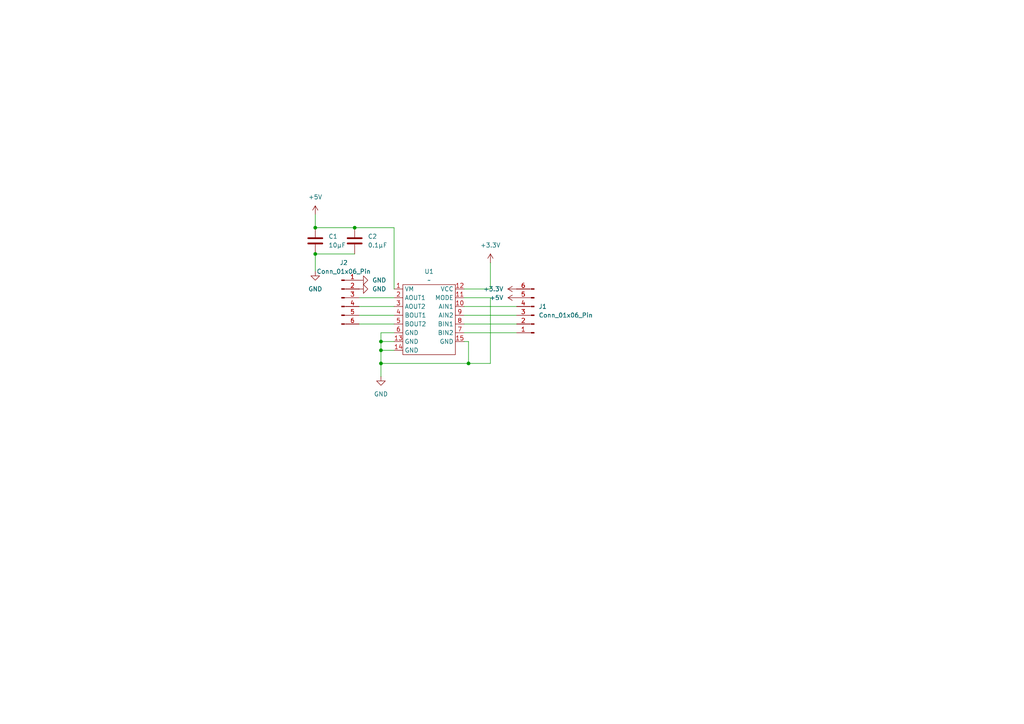
<source format=kicad_sch>
(kicad_sch (version 20231120) (generator "eeschema") (generator_version "8.0")
  (paper "A4")
  (lib_symbols
    (symbol "Connector:Conn_01x06_Pin" (pin_names (offset 1.016) hide)
      (property "Reference" "J" (at 0 7.62 0))
      (property "Value" "Conn_01x06_Pin" (at 0 -10.16 0))
      (symbol "Conn_01x06_Pin_1_1"
        (polyline (pts (xy 1.27 -7.62) (xy 0.8636 -7.62)) (stroke (width 0.1524)))
        (polyline (pts (xy 1.27 -5.08) (xy 0.8636 -5.08)) (stroke (width 0.1524)))
        (polyline (pts (xy 1.27 -2.54) (xy 0.8636 -2.54)) (stroke (width 0.1524)))
        (polyline (pts (xy 1.27 0) (xy 0.8636 0)) (stroke (width 0.1524)))
        (polyline (pts (xy 1.27 2.54) (xy 0.8636 2.54)) (stroke (width 0.1524)))
        (polyline (pts (xy 1.27 5.08) (xy 0.8636 5.08)) (stroke (width 0.1524)))
        (rectangle (start 0.8636 -7.493) (end 0 -7.747) (stroke (width 0.1524)) (fill (type outline)))
        (rectangle (start 0.8636 -4.953) (end 0 -5.207) (stroke (width 0.1524)) (fill (type outline)))
        (rectangle (start 0.8636 -2.413) (end 0 -2.667) (stroke (width 0.1524)) (fill (type outline)))
        (rectangle (start 0.8636 0.127) (end 0 -0.127) (stroke (width 0.1524)) (fill (type outline)))
        (rectangle (start 0.8636 2.667) (end 0 2.413) (stroke (width 0.1524)) (fill (type outline)))
        (rectangle (start 0.8636 5.207) (end 0 4.953) (stroke (width 0.1524)) (fill (type outline)))
        (pin passive line (at 5.08 5.08 180) (length 3.81) (name "Pin_1") (number "1"))
        (pin passive line (at 5.08 2.54 180) (length 3.81) (name "Pin_2") (number "2"))
        (pin passive line (at 5.08 0 180) (length 3.81) (name "Pin_3") (number "3"))
        (pin passive line (at 5.08 -2.54 180) (length 3.81) (name "Pin_4") (number "4"))
        (pin passive line (at 5.08 -5.08 180) (length 3.81) (name "Pin_5") (number "5"))
        (pin passive line (at 5.08 -7.62 180) (length 3.81) (name "Pin_6") (number "6"))
      )
    )
    (symbol "Device:C" (pin_numbers hide) (pin_names (offset 0.254))
      (property "Reference" "C" (at 0.635 2.54 0))
      (property "Value" "C" (at 0.635 -2.54 0))
      (symbol "C_0_1"
        (polyline (pts (xy -2.032 -0.762) (xy 2.032 -0.762)) (stroke (width 0.508)))
        (polyline (pts (xy -2.032 0.762) (xy 2.032 0.762)) (stroke (width 0.508)))
      )
      (symbol "C_1_1"
        (pin passive line (at 0 3.81 270) (length 2.794) (name "~") (number "1"))
        (pin passive line (at 0 -3.81 90) (length 2.794) (name "~") (number "2"))
      )
    )
    (symbol "power:+3.3V" (power) (pin_numbers hide) (pin_names (offset 0) hide)
      (property "Value" "+3.3V" (at 0 3.556 0))
      (symbol "+3.3V_0_1"
        (polyline (pts (xy -0.762 1.27) (xy 0 2.54)))
        (polyline (pts (xy 0 0) (xy 0 2.54)))
        (polyline (pts (xy 0 2.54) (xy 0.762 1.27)))
      )
      (symbol "+3.3V_1_1"
        (pin power_in line (at 0 0 90) (length 0) (name "~") (number "1"))
      )
    )
    (symbol "power:+5V" (power) (pin_numbers hide) (pin_names (offset 0) hide)
      (property "Value" "+5V" (at 0 3.556 0))
      (symbol "+5V_0_1"
        (polyline (pts (xy -0.762 1.27) (xy 0 2.54)))
        (polyline (pts (xy 0 0) (xy 0 2.54)))
        (polyline (pts (xy 0 2.54) (xy 0.762 1.27)))
      )
      (symbol "+5V_1_1"
        (pin power_in line (at 0 0 90) (length 0) (name "~") (number "1"))
      )
    )
    (symbol "power:GND" (power) (pin_numbers hide) (pin_names (offset 0) hide)
      (property "Value" "GND" (at 0 -3.81 0))
      (symbol "GND_0_1"
        (polyline (pts (xy 0 0) (xy 0 -1.27) (xy 1.27 -1.27) (xy 0 -2.54) (xy -1.27 -1.27) (xy 0 -1.27)))
      )
      (symbol "GND_1_1"
        (pin power_in line (at 0 0 270) (length 0) (name "~") (number "1"))
      )
    )
    (symbol "test:DRV8835"
      (property "Reference" "U" (at 0 5.842 0))
      (symbol "DRV8835_0_1"
        (rectangle (start -7.62 5.08) (end 7.62 -15.24))
      )
      (symbol "DRV8835_1_1"
        (pin input line (at -10.16 3.81 0) (length 2.54) (name "VM") (number "1"))
        (pin input line (at 10.16 -1.27 180) (length 2.54) (name "AIN1") (number "10"))
        (pin input line (at 10.16 1.27 180) (length 2.54) (name "MODE") (number "11"))
        (pin input line (at 10.16 3.81 180) (length 2.54) (name "VCC") (number "12"))
        (pin input line (at -10.16 -11.43 0) (length 2.54) (name "GND") (number "13"))
        (pin input line (at -10.16 -13.97 0) (length 2.54) (name "GND") (number "14"))
        (pin input line (at 10.16 -11.43 180) (length 2.54) (name "GND") (number "15"))
        (pin input line (at -10.16 1.27 0) (length 2.54) (name "AOUT1") (number "2"))
        (pin input line (at -10.16 -1.27 0) (length 2.54) (name "AOUT2") (number "3"))
        (pin input line (at -10.16 -3.81 0) (length 2.54) (name "BOUT1") (number "4"))
        (pin input line (at -10.16 -6.35 0) (length 2.54) (name "BOUT2") (number "5"))
        (pin input line (at -10.16 -8.89 0) (length 2.54) (name "GND") (number "6"))
        (pin input line (at 10.16 -8.89 180) (length 2.54) (name "BIN2") (number "7"))
        (pin input line (at 10.16 -6.35 180) (length 2.54) (name "BIN1") (number "8"))
        (pin input line (at 10.16 -3.81 180) (length 2.54) (name "AIN2") (number "9"))
      )
    )
  )
  (junction (at 110.49 101.6))
  (junction (at 135.89 105.41))
  (junction (at 91.44 73.66))
  (junction (at 110.49 105.41))
  (junction (at 91.44 66.04))
  (junction (at 110.49 99.06))
  (junction (at 102.87 66.04))
  (wire (pts (xy 91.44 62.23) (xy 91.44 66.04)))
  (wire (pts (xy 110.49 99.06) (xy 110.49 96.52)))
  (wire (pts (xy 104.14 93.98) (xy 114.3 93.98)))
  (wire (pts (xy 104.14 91.44) (xy 114.3 91.44)))
  (wire (pts (xy 110.49 109.22) (xy 110.49 105.41)))
  (wire (pts (xy 91.44 66.04) (xy 102.87 66.04)))
  (wire (pts (xy 110.49 99.06) (xy 114.3 99.06)))
  (wire (pts (xy 110.49 96.52) (xy 114.3 96.52)))
  (wire (pts (xy 134.62 86.36) (xy 142.24 86.36)))
  (wire (pts (xy 149.86 91.44) (xy 134.62 91.44)))
  (wire (pts (xy 142.24 83.82) (xy 142.24 76.2)))
  (wire (pts (xy 91.44 73.66) (xy 91.44 78.74)))
  (wire (pts (xy 110.49 101.6) (xy 110.49 99.06)))
  (wire (pts (xy 149.86 93.98) (xy 134.62 93.98)))
  (wire (pts (xy 134.62 83.82) (xy 142.24 83.82)))
  (wire (pts (xy 104.14 88.9) (xy 114.3 88.9)))
  (wire (pts (xy 91.44 73.66) (xy 102.87 73.66)))
  (wire (pts (xy 110.49 101.6) (xy 114.3 101.6)))
  (wire (pts (xy 142.24 105.41) (xy 135.89 105.41)))
  (wire (pts (xy 135.89 105.41) (xy 110.49 105.41)))
  (wire (pts (xy 114.3 66.04) (xy 114.3 83.82)))
  (wire (pts (xy 149.86 96.52) (xy 134.62 96.52)))
  (wire (pts (xy 149.86 88.9) (xy 134.62 88.9)))
  (wire (pts (xy 134.62 99.06) (xy 135.89 99.06)))
  (wire (pts (xy 102.87 66.04) (xy 114.3 66.04)))
  (wire (pts (xy 135.89 99.06) (xy 135.89 105.41)))
  (wire (pts (xy 104.14 86.36) (xy 114.3 86.36)))
  (wire (pts (xy 142.24 86.36) (xy 142.24 105.41)))
  (wire (pts (xy 110.49 105.41) (xy 110.49 101.6)))
  (symbol (lib_id "power:GND") (at 110.49 109.22 0) (unit 1)
    (property "Reference" "#PWR01" (effects (hide yes)))
    (property "Value" "GND" (at 110.49 114.3 0))
    (property "Description" "Power symbol creates a global label with name \"GND\" , ground" (effects (hide yes)))
  )
  (symbol (lib_id "power:+5V") (at 149.86 86.36 90) (unit 1)
    (property "Reference" "#PWR06" (effects (hide yes)))
    (property "Value" "+5V" (at 146.05 86.3599 90) (effects (justify left)))
    (property "Description" "Power symbol creates a global label with name \"+5V\"" (effects (hide yes)))
  )
  (symbol (lib_id "power:GND") (at 104.14 83.82 90) (unit 1)
    (property "Reference" "#PWR08" (effects (hide yes)))
    (property "Value" "GND" (at 107.95 83.8199 90) (effects (justify right)))
    (property "Description" "Power symbol creates a global label with name \"GND\" , ground" (effects (hide yes)))
  )
  (symbol (lib_id "power:+5V") (at 91.44 62.23 0) (unit 1)
    (property "Reference" "#PWR02" (effects (hide yes)))
    (property "Value" "+5V" (at 91.44 57.15 0))
    (property "Description" "Power symbol creates a global label with name \"+5V\"" (effects (hide yes)))
  )
  (symbol (lib_id "Connector:Conn_01x06_Pin") (at 99.06 86.36 0) (unit 1)
    (property "Reference" "J2" (at 99.695 76.2 0))
    (property "Value" "Conn_01x06_Pin" (at 99.695 78.74 0))
    (property "Footprint" "Connector_PinHeader_2.54mm:PinHeader_1x06_P2.54mm_Vertical" (effects (hide yes)))
    (property "Description" "Generic connector, single row, 01x06, script generated" (effects (hide yes)))
  )
  (symbol (lib_id "power:+3.3V") (at 149.86 83.82 90) (unit 1)
    (property "Reference" "#PWR05" (effects (hide yes)))
    (property "Value" "+3.3V" (at 146.05 83.8199 90) (effects (justify left)))
    (property "Description" "Power symbol creates a global label with name \"+3.3V\"" (effects (hide yes)))
  )
  (symbol (lib_id "Connector:Conn_01x06_Pin") (at 154.94 91.44 180) (unit 1)
    (property "Reference" "J1" (at 156.21 88.8999 0) (effects (justify right)))
    (property "Value" "Conn_01x06_Pin" (at 156.21 91.4399 0) (effects (justify right)))
    (property "Footprint" "Connector_PinHeader_2.54mm:PinHeader_1x06_P2.54mm_Vertical" (effects (hide yes)))
    (property "Description" "Generic connector, single row, 01x06, script generated" (effects (hide yes)))
  )
  (symbol (lib_id "Device:C") (at 102.87 69.85 0) (unit 1)
    (property "Reference" "C2" (at 106.68 68.5799 0) (effects (justify left)))
    (property "Value" "0.1μF" (at 106.68 71.1199 0) (effects (justify left)))
    (property "Footprint" "Capacitor_SMD:C_0805_2012Metric" (effects (hide yes)))
    (property "Description" "Unpolarized capacitor" (effects (hide yes)))
  )
  (symbol (lib_id "power:GND") (at 104.14 81.28 90) (unit 1)
    (property "Reference" "#PWR07" (effects (hide yes)))
    (property "Value" "GND" (at 107.95 81.2799 90) (effects (justify right)))
    (property "Description" "Power symbol creates a global label with name \"GND\" , ground" (effects (hide yes)))
  )
  (symbol (lib_id "power:GND") (at 91.44 78.74 0) (unit 1)
    (property "Reference" "#PWR03" (effects (hide yes)))
    (property "Value" "GND" (at 91.44 83.82 0))
    (property "Description" "Power symbol creates a global label with name \"GND\" , ground" (effects (hide yes)))
  )
  (symbol (lib_id "test:DRV8835") (at 124.46 87.63 0) (unit 1)
    (property "Reference" "U1" (at 124.46 78.74 0))
    (property "Value" "~" (at 124.46 81.28 0))
    (property "Footprint" "DRV8835DSSR:SON50P300X200X80-13N" (effects (hide yes)))
  )
  (symbol (lib_id "power:+3.3V") (at 142.24 76.2 0) (unit 1)
    (property "Reference" "#PWR04" (effects (hide yes)))
    (property "Value" "+3.3V" (at 142.24 71.12 0))
    (property "Description" "Power symbol creates a global label with name \"+3.3V\"" (effects (hide yes)))
  )
  (symbol (lib_id "Device:C") (at 91.44 69.85 0) (unit 1)
    (property "Reference" "C1" (at 95.25 68.5799 0) (effects (justify left)))
    (property "Value" "10μF" (at 95.25 71.1199 0) (effects (justify left)))
    (property "Footprint" "Capacitor_SMD:C_0805_2012Metric" (effects (hide yes)))
    (property "Description" "Unpolarized capacitor" (effects (hide yes)))
  )
)
</source>
